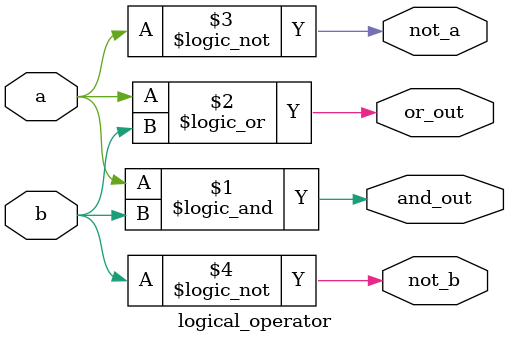
<source format=v>
module logical_operator (
    input a,
    input b,
    output and_out,
    output or_out,
    output not_a,
    output not_b
);

assign and_out = a && b;  // Logical AND
assign or_out  = a || b;  // Logical OR
assign not_a   = !a;      // Logical NOT of a
assign not_b   = !b;      // Logical NOT of b

endmodule

</source>
